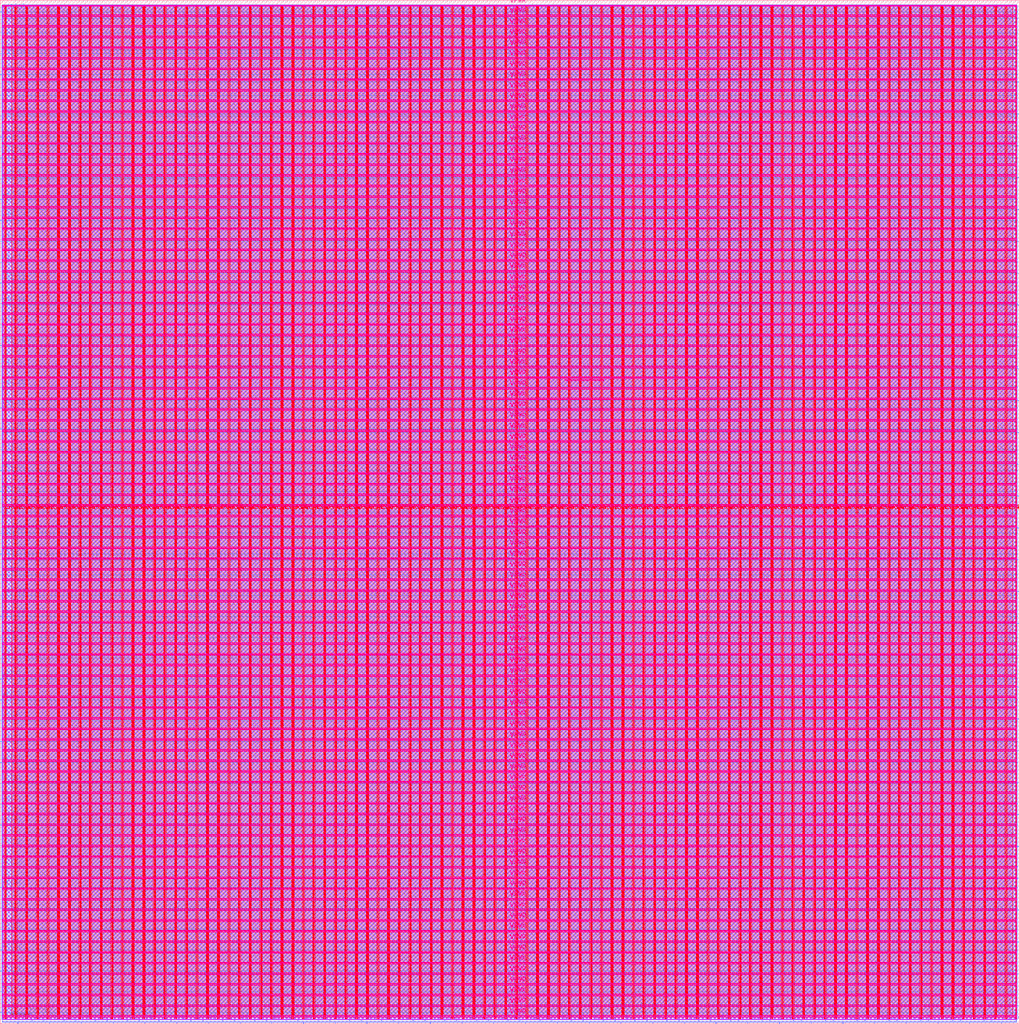
<source format=lef>
VERSION 5.7 ;
  NOWIREEXTENSIONATPIN ON ;
  DIVIDERCHAR "/" ;
  BUSBITCHARS "[]" ;
MACRO register_file
  CLASS BLOCK ;
  FOREIGN register_file ;
  ORIGIN 0.000 0.000 ;
  SIZE 2393.225 BY 2403.945 ;
  PIN VGND
    DIRECTION INOUT ;
    USE GROUND ;
    PORT
      LAYER met4 ;
        RECT 13.020 10.640 14.620 2391.120 ;
    END
    PORT
      LAYER met4 ;
        RECT 38.020 10.640 39.620 2391.120 ;
    END
    PORT
      LAYER met4 ;
        RECT 63.020 10.640 64.620 2391.120 ;
    END
    PORT
      LAYER met4 ;
        RECT 88.020 10.640 89.620 2391.120 ;
    END
    PORT
      LAYER met4 ;
        RECT 113.020 10.640 114.620 2391.120 ;
    END
    PORT
      LAYER met4 ;
        RECT 138.020 10.640 139.620 2391.120 ;
    END
    PORT
      LAYER met4 ;
        RECT 163.020 10.640 164.620 2391.120 ;
    END
    PORT
      LAYER met4 ;
        RECT 188.020 10.640 189.620 2391.120 ;
    END
    PORT
      LAYER met4 ;
        RECT 213.020 10.640 214.620 2391.120 ;
    END
    PORT
      LAYER met4 ;
        RECT 238.020 10.640 239.620 2391.120 ;
    END
    PORT
      LAYER met4 ;
        RECT 263.020 10.640 264.620 2391.120 ;
    END
    PORT
      LAYER met4 ;
        RECT 288.020 10.640 289.620 2391.120 ;
    END
    PORT
      LAYER met4 ;
        RECT 313.020 10.640 314.620 2391.120 ;
    END
    PORT
      LAYER met4 ;
        RECT 338.020 10.640 339.620 2391.120 ;
    END
    PORT
      LAYER met4 ;
        RECT 363.020 10.640 364.620 2391.120 ;
    END
    PORT
      LAYER met4 ;
        RECT 388.020 10.640 389.620 2391.120 ;
    END
    PORT
      LAYER met4 ;
        RECT 413.020 10.640 414.620 2391.120 ;
    END
    PORT
      LAYER met4 ;
        RECT 438.020 10.640 439.620 2391.120 ;
    END
    PORT
      LAYER met4 ;
        RECT 463.020 10.640 464.620 2391.120 ;
    END
    PORT
      LAYER met4 ;
        RECT 488.020 10.640 489.620 2391.120 ;
    END
    PORT
      LAYER met4 ;
        RECT 513.020 10.640 514.620 2391.120 ;
    END
    PORT
      LAYER met4 ;
        RECT 538.020 10.640 539.620 2391.120 ;
    END
    PORT
      LAYER met4 ;
        RECT 563.020 10.640 564.620 2391.120 ;
    END
    PORT
      LAYER met4 ;
        RECT 588.020 10.640 589.620 2391.120 ;
    END
    PORT
      LAYER met4 ;
        RECT 613.020 10.640 614.620 2391.120 ;
    END
    PORT
      LAYER met4 ;
        RECT 638.020 10.640 639.620 2391.120 ;
    END
    PORT
      LAYER met4 ;
        RECT 663.020 10.640 664.620 2391.120 ;
    END
    PORT
      LAYER met4 ;
        RECT 688.020 10.640 689.620 2391.120 ;
    END
    PORT
      LAYER met4 ;
        RECT 713.020 10.640 714.620 2391.120 ;
    END
    PORT
      LAYER met4 ;
        RECT 738.020 10.640 739.620 2391.120 ;
    END
    PORT
      LAYER met4 ;
        RECT 763.020 10.640 764.620 2391.120 ;
    END
    PORT
      LAYER met4 ;
        RECT 788.020 10.640 789.620 2391.120 ;
    END
    PORT
      LAYER met4 ;
        RECT 813.020 10.640 814.620 2391.120 ;
    END
    PORT
      LAYER met4 ;
        RECT 838.020 10.640 839.620 2391.120 ;
    END
    PORT
      LAYER met4 ;
        RECT 863.020 10.640 864.620 2391.120 ;
    END
    PORT
      LAYER met4 ;
        RECT 888.020 10.640 889.620 2391.120 ;
    END
    PORT
      LAYER met4 ;
        RECT 913.020 10.640 914.620 2391.120 ;
    END
    PORT
      LAYER met4 ;
        RECT 938.020 10.640 939.620 2391.120 ;
    END
    PORT
      LAYER met4 ;
        RECT 963.020 10.640 964.620 2391.120 ;
    END
    PORT
      LAYER met4 ;
        RECT 988.020 10.640 989.620 2391.120 ;
    END
    PORT
      LAYER met4 ;
        RECT 1013.020 10.640 1014.620 2391.120 ;
    END
    PORT
      LAYER met4 ;
        RECT 1038.020 10.640 1039.620 2391.120 ;
    END
    PORT
      LAYER met4 ;
        RECT 1063.020 10.640 1064.620 2391.120 ;
    END
    PORT
      LAYER met4 ;
        RECT 1088.020 10.640 1089.620 2391.120 ;
    END
    PORT
      LAYER met4 ;
        RECT 1113.020 10.640 1114.620 2391.120 ;
    END
    PORT
      LAYER met4 ;
        RECT 1138.020 10.640 1139.620 2391.120 ;
    END
    PORT
      LAYER met4 ;
        RECT 1163.020 10.640 1164.620 2391.120 ;
    END
    PORT
      LAYER met4 ;
        RECT 1188.020 10.640 1189.620 2391.120 ;
    END
    PORT
      LAYER met4 ;
        RECT 1213.020 10.640 1214.620 2391.120 ;
    END
    PORT
      LAYER met4 ;
        RECT 1238.020 10.640 1239.620 2391.120 ;
    END
    PORT
      LAYER met4 ;
        RECT 1263.020 10.640 1264.620 2391.120 ;
    END
    PORT
      LAYER met4 ;
        RECT 1288.020 10.640 1289.620 2391.120 ;
    END
    PORT
      LAYER met4 ;
        RECT 1313.020 10.640 1314.620 2391.120 ;
    END
    PORT
      LAYER met4 ;
        RECT 1338.020 10.640 1339.620 2391.120 ;
    END
    PORT
      LAYER met4 ;
        RECT 1363.020 10.640 1364.620 2391.120 ;
    END
    PORT
      LAYER met4 ;
        RECT 1388.020 10.640 1389.620 2391.120 ;
    END
    PORT
      LAYER met4 ;
        RECT 1413.020 10.640 1414.620 2391.120 ;
    END
    PORT
      LAYER met4 ;
        RECT 1438.020 10.640 1439.620 2391.120 ;
    END
    PORT
      LAYER met4 ;
        RECT 1463.020 10.640 1464.620 2391.120 ;
    END
    PORT
      LAYER met4 ;
        RECT 1488.020 10.640 1489.620 2391.120 ;
    END
    PORT
      LAYER met4 ;
        RECT 1513.020 10.640 1514.620 2391.120 ;
    END
    PORT
      LAYER met4 ;
        RECT 1538.020 10.640 1539.620 2391.120 ;
    END
    PORT
      LAYER met4 ;
        RECT 1563.020 10.640 1564.620 2391.120 ;
    END
    PORT
      LAYER met4 ;
        RECT 1588.020 10.640 1589.620 2391.120 ;
    END
    PORT
      LAYER met4 ;
        RECT 1613.020 10.640 1614.620 2391.120 ;
    END
    PORT
      LAYER met4 ;
        RECT 1638.020 10.640 1639.620 2391.120 ;
    END
    PORT
      LAYER met4 ;
        RECT 1663.020 10.640 1664.620 2391.120 ;
    END
    PORT
      LAYER met4 ;
        RECT 1688.020 10.640 1689.620 2391.120 ;
    END
    PORT
      LAYER met4 ;
        RECT 1713.020 10.640 1714.620 2391.120 ;
    END
    PORT
      LAYER met4 ;
        RECT 1738.020 10.640 1739.620 2391.120 ;
    END
    PORT
      LAYER met4 ;
        RECT 1763.020 10.640 1764.620 2391.120 ;
    END
    PORT
      LAYER met4 ;
        RECT 1788.020 10.640 1789.620 2391.120 ;
    END
    PORT
      LAYER met4 ;
        RECT 1813.020 10.640 1814.620 2391.120 ;
    END
    PORT
      LAYER met4 ;
        RECT 1838.020 10.640 1839.620 2391.120 ;
    END
    PORT
      LAYER met4 ;
        RECT 1863.020 10.640 1864.620 2391.120 ;
    END
    PORT
      LAYER met4 ;
        RECT 1888.020 10.640 1889.620 2391.120 ;
    END
    PORT
      LAYER met4 ;
        RECT 1913.020 10.640 1914.620 2391.120 ;
    END
    PORT
      LAYER met4 ;
        RECT 1938.020 10.640 1939.620 2391.120 ;
    END
    PORT
      LAYER met4 ;
        RECT 1963.020 10.640 1964.620 2391.120 ;
    END
    PORT
      LAYER met4 ;
        RECT 1988.020 10.640 1989.620 2391.120 ;
    END
    PORT
      LAYER met4 ;
        RECT 2013.020 10.640 2014.620 2391.120 ;
    END
    PORT
      LAYER met4 ;
        RECT 2038.020 10.640 2039.620 2391.120 ;
    END
    PORT
      LAYER met4 ;
        RECT 2063.020 10.640 2064.620 2391.120 ;
    END
    PORT
      LAYER met4 ;
        RECT 2088.020 10.640 2089.620 2391.120 ;
    END
    PORT
      LAYER met4 ;
        RECT 2113.020 10.640 2114.620 2391.120 ;
    END
    PORT
      LAYER met4 ;
        RECT 2138.020 10.640 2139.620 2391.120 ;
    END
    PORT
      LAYER met4 ;
        RECT 2163.020 10.640 2164.620 2391.120 ;
    END
    PORT
      LAYER met4 ;
        RECT 2188.020 10.640 2189.620 2391.120 ;
    END
    PORT
      LAYER met4 ;
        RECT 2213.020 10.640 2214.620 2391.120 ;
    END
    PORT
      LAYER met4 ;
        RECT 2238.020 10.640 2239.620 2391.120 ;
    END
    PORT
      LAYER met4 ;
        RECT 2263.020 10.640 2264.620 2391.120 ;
    END
    PORT
      LAYER met4 ;
        RECT 2288.020 10.640 2289.620 2391.120 ;
    END
    PORT
      LAYER met4 ;
        RECT 2313.020 10.640 2314.620 2391.120 ;
    END
    PORT
      LAYER met4 ;
        RECT 2338.020 10.640 2339.620 2391.120 ;
    END
    PORT
      LAYER met4 ;
        RECT 2363.020 10.640 2364.620 2391.120 ;
    END
    PORT
      LAYER met5 ;
        RECT 5.280 18.380 2387.640 19.980 ;
    END
    PORT
      LAYER met5 ;
        RECT 5.280 43.380 2387.640 44.980 ;
    END
    PORT
      LAYER met5 ;
        RECT 5.280 68.380 2387.640 69.980 ;
    END
    PORT
      LAYER met5 ;
        RECT 5.280 93.380 2387.640 94.980 ;
    END
    PORT
      LAYER met5 ;
        RECT 5.280 118.380 2387.640 119.980 ;
    END
    PORT
      LAYER met5 ;
        RECT 5.280 143.380 2387.640 144.980 ;
    END
    PORT
      LAYER met5 ;
        RECT 5.280 168.380 2387.640 169.980 ;
    END
    PORT
      LAYER met5 ;
        RECT 5.280 193.380 2387.640 194.980 ;
    END
    PORT
      LAYER met5 ;
        RECT 5.280 218.380 2387.640 219.980 ;
    END
    PORT
      LAYER met5 ;
        RECT 5.280 243.380 2387.640 244.980 ;
    END
    PORT
      LAYER met5 ;
        RECT 5.280 268.380 2387.640 269.980 ;
    END
    PORT
      LAYER met5 ;
        RECT 5.280 293.380 2387.640 294.980 ;
    END
    PORT
      LAYER met5 ;
        RECT 5.280 318.380 2387.640 319.980 ;
    END
    PORT
      LAYER met5 ;
        RECT 5.280 343.380 2387.640 344.980 ;
    END
    PORT
      LAYER met5 ;
        RECT 5.280 368.380 2387.640 369.980 ;
    END
    PORT
      LAYER met5 ;
        RECT 5.280 393.380 2387.640 394.980 ;
    END
    PORT
      LAYER met5 ;
        RECT 5.280 418.380 2387.640 419.980 ;
    END
    PORT
      LAYER met5 ;
        RECT 5.280 443.380 2387.640 444.980 ;
    END
    PORT
      LAYER met5 ;
        RECT 5.280 468.380 2387.640 469.980 ;
    END
    PORT
      LAYER met5 ;
        RECT 5.280 493.380 2387.640 494.980 ;
    END
    PORT
      LAYER met5 ;
        RECT 5.280 518.380 2387.640 519.980 ;
    END
    PORT
      LAYER met5 ;
        RECT 5.280 543.380 2387.640 544.980 ;
    END
    PORT
      LAYER met5 ;
        RECT 5.280 568.380 2387.640 569.980 ;
    END
    PORT
      LAYER met5 ;
        RECT 5.280 593.380 2387.640 594.980 ;
    END
    PORT
      LAYER met5 ;
        RECT 5.280 618.380 2387.640 619.980 ;
    END
    PORT
      LAYER met5 ;
        RECT 5.280 643.380 2387.640 644.980 ;
    END
    PORT
      LAYER met5 ;
        RECT 5.280 668.380 2387.640 669.980 ;
    END
    PORT
      LAYER met5 ;
        RECT 5.280 693.380 2387.640 694.980 ;
    END
    PORT
      LAYER met5 ;
        RECT 5.280 718.380 2387.640 719.980 ;
    END
    PORT
      LAYER met5 ;
        RECT 5.280 743.380 2387.640 744.980 ;
    END
    PORT
      LAYER met5 ;
        RECT 5.280 768.380 2387.640 769.980 ;
    END
    PORT
      LAYER met5 ;
        RECT 5.280 793.380 2387.640 794.980 ;
    END
    PORT
      LAYER met5 ;
        RECT 5.280 818.380 2387.640 819.980 ;
    END
    PORT
      LAYER met5 ;
        RECT 5.280 843.380 2387.640 844.980 ;
    END
    PORT
      LAYER met5 ;
        RECT 5.280 868.380 2387.640 869.980 ;
    END
    PORT
      LAYER met5 ;
        RECT 5.280 893.380 2387.640 894.980 ;
    END
    PORT
      LAYER met5 ;
        RECT 5.280 918.380 2387.640 919.980 ;
    END
    PORT
      LAYER met5 ;
        RECT 5.280 943.380 2387.640 944.980 ;
    END
    PORT
      LAYER met5 ;
        RECT 5.280 968.380 2387.640 969.980 ;
    END
    PORT
      LAYER met5 ;
        RECT 5.280 993.380 2387.640 994.980 ;
    END
    PORT
      LAYER met5 ;
        RECT 5.280 1018.380 2387.640 1019.980 ;
    END
    PORT
      LAYER met5 ;
        RECT 5.280 1043.380 2387.640 1044.980 ;
    END
    PORT
      LAYER met5 ;
        RECT 5.280 1068.380 2387.640 1069.980 ;
    END
    PORT
      LAYER met5 ;
        RECT 5.280 1093.380 2387.640 1094.980 ;
    END
    PORT
      LAYER met5 ;
        RECT 5.280 1118.380 2387.640 1119.980 ;
    END
    PORT
      LAYER met5 ;
        RECT 5.280 1143.380 2387.640 1144.980 ;
    END
    PORT
      LAYER met5 ;
        RECT 5.280 1168.380 2387.640 1169.980 ;
    END
    PORT
      LAYER met5 ;
        RECT 5.280 1193.380 2387.640 1194.980 ;
    END
    PORT
      LAYER met5 ;
        RECT 5.280 1218.380 2387.640 1219.980 ;
    END
    PORT
      LAYER met5 ;
        RECT 5.280 1243.380 2387.640 1244.980 ;
    END
    PORT
      LAYER met5 ;
        RECT 5.280 1268.380 2387.640 1269.980 ;
    END
    PORT
      LAYER met5 ;
        RECT 5.280 1293.380 2387.640 1294.980 ;
    END
    PORT
      LAYER met5 ;
        RECT 5.280 1318.380 2387.640 1319.980 ;
    END
    PORT
      LAYER met5 ;
        RECT 5.280 1343.380 2387.640 1344.980 ;
    END
    PORT
      LAYER met5 ;
        RECT 5.280 1368.380 2387.640 1369.980 ;
    END
    PORT
      LAYER met5 ;
        RECT 5.280 1393.380 2387.640 1394.980 ;
    END
    PORT
      LAYER met5 ;
        RECT 5.280 1418.380 2387.640 1419.980 ;
    END
    PORT
      LAYER met5 ;
        RECT 5.280 1443.380 2387.640 1444.980 ;
    END
    PORT
      LAYER met5 ;
        RECT 5.280 1468.380 2387.640 1469.980 ;
    END
    PORT
      LAYER met5 ;
        RECT 5.280 1493.380 2387.640 1494.980 ;
    END
    PORT
      LAYER met5 ;
        RECT 5.280 1518.380 2387.640 1519.980 ;
    END
    PORT
      LAYER met5 ;
        RECT 5.280 1543.380 2387.640 1544.980 ;
    END
    PORT
      LAYER met5 ;
        RECT 5.280 1568.380 2387.640 1569.980 ;
    END
    PORT
      LAYER met5 ;
        RECT 5.280 1593.380 2387.640 1594.980 ;
    END
    PORT
      LAYER met5 ;
        RECT 5.280 1618.380 2387.640 1619.980 ;
    END
    PORT
      LAYER met5 ;
        RECT 5.280 1643.380 2387.640 1644.980 ;
    END
    PORT
      LAYER met5 ;
        RECT 5.280 1668.380 2387.640 1669.980 ;
    END
    PORT
      LAYER met5 ;
        RECT 5.280 1693.380 2387.640 1694.980 ;
    END
    PORT
      LAYER met5 ;
        RECT 5.280 1718.380 2387.640 1719.980 ;
    END
    PORT
      LAYER met5 ;
        RECT 5.280 1743.380 2387.640 1744.980 ;
    END
    PORT
      LAYER met5 ;
        RECT 5.280 1768.380 2387.640 1769.980 ;
    END
    PORT
      LAYER met5 ;
        RECT 5.280 1793.380 2387.640 1794.980 ;
    END
    PORT
      LAYER met5 ;
        RECT 5.280 1818.380 2387.640 1819.980 ;
    END
    PORT
      LAYER met5 ;
        RECT 5.280 1843.380 2387.640 1844.980 ;
    END
    PORT
      LAYER met5 ;
        RECT 5.280 1868.380 2387.640 1869.980 ;
    END
    PORT
      LAYER met5 ;
        RECT 5.280 1893.380 2387.640 1894.980 ;
    END
    PORT
      LAYER met5 ;
        RECT 5.280 1918.380 2387.640 1919.980 ;
    END
    PORT
      LAYER met5 ;
        RECT 5.280 1943.380 2387.640 1944.980 ;
    END
    PORT
      LAYER met5 ;
        RECT 5.280 1968.380 2387.640 1969.980 ;
    END
    PORT
      LAYER met5 ;
        RECT 5.280 1993.380 2387.640 1994.980 ;
    END
    PORT
      LAYER met5 ;
        RECT 5.280 2018.380 2387.640 2019.980 ;
    END
    PORT
      LAYER met5 ;
        RECT 5.280 2043.380 2387.640 2044.980 ;
    END
    PORT
      LAYER met5 ;
        RECT 5.280 2068.380 2387.640 2069.980 ;
    END
    PORT
      LAYER met5 ;
        RECT 5.280 2093.380 2387.640 2094.980 ;
    END
    PORT
      LAYER met5 ;
        RECT 5.280 2118.380 2387.640 2119.980 ;
    END
    PORT
      LAYER met5 ;
        RECT 5.280 2143.380 2387.640 2144.980 ;
    END
    PORT
      LAYER met5 ;
        RECT 5.280 2168.380 2387.640 2169.980 ;
    END
    PORT
      LAYER met5 ;
        RECT 5.280 2193.380 2387.640 2194.980 ;
    END
    PORT
      LAYER met5 ;
        RECT 5.280 2218.380 2387.640 2219.980 ;
    END
    PORT
      LAYER met5 ;
        RECT 5.280 2243.380 2387.640 2244.980 ;
    END
    PORT
      LAYER met5 ;
        RECT 5.280 2268.380 2387.640 2269.980 ;
    END
    PORT
      LAYER met5 ;
        RECT 5.280 2293.380 2387.640 2294.980 ;
    END
    PORT
      LAYER met5 ;
        RECT 5.280 2318.380 2387.640 2319.980 ;
    END
    PORT
      LAYER met5 ;
        RECT 5.280 2343.380 2387.640 2344.980 ;
    END
    PORT
      LAYER met5 ;
        RECT 5.280 2368.380 2387.640 2369.980 ;
    END
  END VGND
  PIN VPWR
    DIRECTION INOUT ;
    USE POWER ;
    PORT
      LAYER met4 ;
        RECT 9.720 10.640 11.320 2391.680 ;
    END
    PORT
      LAYER met4 ;
        RECT 34.720 10.640 36.320 2391.680 ;
    END
    PORT
      LAYER met4 ;
        RECT 59.720 10.640 61.320 2391.680 ;
    END
    PORT
      LAYER met4 ;
        RECT 84.720 10.640 86.320 2391.680 ;
    END
    PORT
      LAYER met4 ;
        RECT 109.720 10.640 111.320 2391.680 ;
    END
    PORT
      LAYER met4 ;
        RECT 134.720 10.640 136.320 2391.680 ;
    END
    PORT
      LAYER met4 ;
        RECT 159.720 10.640 161.320 2391.680 ;
    END
    PORT
      LAYER met4 ;
        RECT 184.720 10.640 186.320 2391.680 ;
    END
    PORT
      LAYER met4 ;
        RECT 209.720 10.640 211.320 2391.680 ;
    END
    PORT
      LAYER met4 ;
        RECT 234.720 10.640 236.320 2391.680 ;
    END
    PORT
      LAYER met4 ;
        RECT 259.720 10.640 261.320 2391.680 ;
    END
    PORT
      LAYER met4 ;
        RECT 284.720 10.640 286.320 2391.680 ;
    END
    PORT
      LAYER met4 ;
        RECT 309.720 10.640 311.320 2391.680 ;
    END
    PORT
      LAYER met4 ;
        RECT 334.720 10.640 336.320 2391.680 ;
    END
    PORT
      LAYER met4 ;
        RECT 359.720 10.640 361.320 2391.680 ;
    END
    PORT
      LAYER met4 ;
        RECT 384.720 10.640 386.320 2391.680 ;
    END
    PORT
      LAYER met4 ;
        RECT 409.720 10.640 411.320 2391.680 ;
    END
    PORT
      LAYER met4 ;
        RECT 434.720 10.640 436.320 2391.680 ;
    END
    PORT
      LAYER met4 ;
        RECT 459.720 10.640 461.320 2391.680 ;
    END
    PORT
      LAYER met4 ;
        RECT 484.720 10.640 486.320 2391.680 ;
    END
    PORT
      LAYER met4 ;
        RECT 509.720 10.640 511.320 2391.680 ;
    END
    PORT
      LAYER met4 ;
        RECT 534.720 10.640 536.320 2391.680 ;
    END
    PORT
      LAYER met4 ;
        RECT 559.720 10.640 561.320 2391.680 ;
    END
    PORT
      LAYER met4 ;
        RECT 584.720 10.640 586.320 2391.680 ;
    END
    PORT
      LAYER met4 ;
        RECT 609.720 10.640 611.320 2391.680 ;
    END
    PORT
      LAYER met4 ;
        RECT 634.720 10.640 636.320 2391.680 ;
    END
    PORT
      LAYER met4 ;
        RECT 659.720 10.640 661.320 2391.680 ;
    END
    PORT
      LAYER met4 ;
        RECT 684.720 10.640 686.320 2391.680 ;
    END
    PORT
      LAYER met4 ;
        RECT 709.720 10.640 711.320 2391.680 ;
    END
    PORT
      LAYER met4 ;
        RECT 734.720 10.640 736.320 2391.680 ;
    END
    PORT
      LAYER met4 ;
        RECT 759.720 10.640 761.320 2391.680 ;
    END
    PORT
      LAYER met4 ;
        RECT 784.720 10.640 786.320 2391.680 ;
    END
    PORT
      LAYER met4 ;
        RECT 809.720 10.640 811.320 2391.680 ;
    END
    PORT
      LAYER met4 ;
        RECT 834.720 10.640 836.320 2391.680 ;
    END
    PORT
      LAYER met4 ;
        RECT 859.720 10.640 861.320 2391.680 ;
    END
    PORT
      LAYER met4 ;
        RECT 884.720 10.640 886.320 2391.680 ;
    END
    PORT
      LAYER met4 ;
        RECT 909.720 10.640 911.320 2391.680 ;
    END
    PORT
      LAYER met4 ;
        RECT 934.720 10.640 936.320 2391.680 ;
    END
    PORT
      LAYER met4 ;
        RECT 959.720 10.640 961.320 2391.680 ;
    END
    PORT
      LAYER met4 ;
        RECT 984.720 10.640 986.320 2391.680 ;
    END
    PORT
      LAYER met4 ;
        RECT 1009.720 10.640 1011.320 2391.680 ;
    END
    PORT
      LAYER met4 ;
        RECT 1034.720 10.640 1036.320 2391.680 ;
    END
    PORT
      LAYER met4 ;
        RECT 1059.720 10.640 1061.320 2391.680 ;
    END
    PORT
      LAYER met4 ;
        RECT 1084.720 10.640 1086.320 2391.680 ;
    END
    PORT
      LAYER met4 ;
        RECT 1109.720 10.640 1111.320 2391.680 ;
    END
    PORT
      LAYER met4 ;
        RECT 1134.720 10.640 1136.320 2391.680 ;
    END
    PORT
      LAYER met4 ;
        RECT 1159.720 10.640 1161.320 2391.680 ;
    END
    PORT
      LAYER met4 ;
        RECT 1184.720 10.640 1186.320 2391.680 ;
    END
    PORT
      LAYER met4 ;
        RECT 1209.720 10.640 1211.320 2391.680 ;
    END
    PORT
      LAYER met4 ;
        RECT 1234.720 10.640 1236.320 2391.680 ;
    END
    PORT
      LAYER met4 ;
        RECT 1259.720 10.640 1261.320 2391.680 ;
    END
    PORT
      LAYER met4 ;
        RECT 1284.720 10.640 1286.320 2391.680 ;
    END
    PORT
      LAYER met4 ;
        RECT 1309.720 10.640 1311.320 2391.680 ;
    END
    PORT
      LAYER met4 ;
        RECT 1334.720 10.640 1336.320 2391.680 ;
    END
    PORT
      LAYER met4 ;
        RECT 1359.720 10.640 1361.320 2391.680 ;
    END
    PORT
      LAYER met4 ;
        RECT 1384.720 10.640 1386.320 2391.680 ;
    END
    PORT
      LAYER met4 ;
        RECT 1409.720 10.640 1411.320 2391.680 ;
    END
    PORT
      LAYER met4 ;
        RECT 1434.720 10.640 1436.320 2391.680 ;
    END
    PORT
      LAYER met4 ;
        RECT 1459.720 10.640 1461.320 2391.680 ;
    END
    PORT
      LAYER met4 ;
        RECT 1484.720 10.640 1486.320 2391.680 ;
    END
    PORT
      LAYER met4 ;
        RECT 1509.720 10.640 1511.320 2391.680 ;
    END
    PORT
      LAYER met4 ;
        RECT 1534.720 10.640 1536.320 2391.680 ;
    END
    PORT
      LAYER met4 ;
        RECT 1559.720 10.640 1561.320 2391.680 ;
    END
    PORT
      LAYER met4 ;
        RECT 1584.720 10.640 1586.320 2391.680 ;
    END
    PORT
      LAYER met4 ;
        RECT 1609.720 10.640 1611.320 2391.680 ;
    END
    PORT
      LAYER met4 ;
        RECT 1634.720 10.640 1636.320 2391.680 ;
    END
    PORT
      LAYER met4 ;
        RECT 1659.720 10.640 1661.320 2391.680 ;
    END
    PORT
      LAYER met4 ;
        RECT 1684.720 10.640 1686.320 2391.680 ;
    END
    PORT
      LAYER met4 ;
        RECT 1709.720 10.640 1711.320 2391.680 ;
    END
    PORT
      LAYER met4 ;
        RECT 1734.720 10.640 1736.320 2391.680 ;
    END
    PORT
      LAYER met4 ;
        RECT 1759.720 10.640 1761.320 2391.680 ;
    END
    PORT
      LAYER met4 ;
        RECT 1784.720 10.640 1786.320 2391.680 ;
    END
    PORT
      LAYER met4 ;
        RECT 1809.720 10.640 1811.320 2391.680 ;
    END
    PORT
      LAYER met4 ;
        RECT 1834.720 10.640 1836.320 2391.680 ;
    END
    PORT
      LAYER met4 ;
        RECT 1859.720 10.640 1861.320 2391.680 ;
    END
    PORT
      LAYER met4 ;
        RECT 1884.720 10.640 1886.320 2391.680 ;
    END
    PORT
      LAYER met4 ;
        RECT 1909.720 10.640 1911.320 2391.680 ;
    END
    PORT
      LAYER met4 ;
        RECT 1934.720 10.640 1936.320 2391.680 ;
    END
    PORT
      LAYER met4 ;
        RECT 1959.720 10.640 1961.320 2391.680 ;
    END
    PORT
      LAYER met4 ;
        RECT 1984.720 10.640 1986.320 2391.680 ;
    END
    PORT
      LAYER met4 ;
        RECT 2009.720 10.640 2011.320 2391.680 ;
    END
    PORT
      LAYER met4 ;
        RECT 2034.720 10.640 2036.320 2391.680 ;
    END
    PORT
      LAYER met4 ;
        RECT 2059.720 10.640 2061.320 2391.680 ;
    END
    PORT
      LAYER met4 ;
        RECT 2084.720 10.640 2086.320 2391.680 ;
    END
    PORT
      LAYER met4 ;
        RECT 2109.720 10.640 2111.320 2391.680 ;
    END
    PORT
      LAYER met4 ;
        RECT 2134.720 10.640 2136.320 2391.680 ;
    END
    PORT
      LAYER met4 ;
        RECT 2159.720 10.640 2161.320 2391.680 ;
    END
    PORT
      LAYER met4 ;
        RECT 2184.720 10.640 2186.320 2391.680 ;
    END
    PORT
      LAYER met4 ;
        RECT 2209.720 10.640 2211.320 2391.680 ;
    END
    PORT
      LAYER met4 ;
        RECT 2234.720 10.640 2236.320 2391.680 ;
    END
    PORT
      LAYER met4 ;
        RECT 2259.720 10.640 2261.320 2391.680 ;
    END
    PORT
      LAYER met4 ;
        RECT 2284.720 10.640 2286.320 2391.680 ;
    END
    PORT
      LAYER met4 ;
        RECT 2309.720 10.640 2311.320 2391.680 ;
    END
    PORT
      LAYER met4 ;
        RECT 2334.720 10.640 2336.320 2391.680 ;
    END
    PORT
      LAYER met4 ;
        RECT 2359.720 10.640 2361.320 2391.680 ;
    END
    PORT
      LAYER met4 ;
        RECT 2384.720 10.640 2386.320 2391.680 ;
    END
    PORT
      LAYER met5 ;
        RECT 5.280 15.080 2387.640 16.680 ;
    END
    PORT
      LAYER met5 ;
        RECT 5.280 40.080 2387.640 41.680 ;
    END
    PORT
      LAYER met5 ;
        RECT 5.280 65.080 2387.640 66.680 ;
    END
    PORT
      LAYER met5 ;
        RECT 5.280 90.080 2387.640 91.680 ;
    END
    PORT
      LAYER met5 ;
        RECT 5.280 115.080 2387.640 116.680 ;
    END
    PORT
      LAYER met5 ;
        RECT 5.280 140.080 2387.640 141.680 ;
    END
    PORT
      LAYER met5 ;
        RECT 5.280 165.080 2387.640 166.680 ;
    END
    PORT
      LAYER met5 ;
        RECT 5.280 190.080 2387.640 191.680 ;
    END
    PORT
      LAYER met5 ;
        RECT 5.280 215.080 2387.640 216.680 ;
    END
    PORT
      LAYER met5 ;
        RECT 5.280 240.080 2387.640 241.680 ;
    END
    PORT
      LAYER met5 ;
        RECT 5.280 265.080 2387.640 266.680 ;
    END
    PORT
      LAYER met5 ;
        RECT 5.280 290.080 2387.640 291.680 ;
    END
    PORT
      LAYER met5 ;
        RECT 5.280 315.080 2387.640 316.680 ;
    END
    PORT
      LAYER met5 ;
        RECT 5.280 340.080 2387.640 341.680 ;
    END
    PORT
      LAYER met5 ;
        RECT 5.280 365.080 2387.640 366.680 ;
    END
    PORT
      LAYER met5 ;
        RECT 5.280 390.080 2387.640 391.680 ;
    END
    PORT
      LAYER met5 ;
        RECT 5.280 415.080 2387.640 416.680 ;
    END
    PORT
      LAYER met5 ;
        RECT 5.280 440.080 2387.640 441.680 ;
    END
    PORT
      LAYER met5 ;
        RECT 5.280 465.080 2387.640 466.680 ;
    END
    PORT
      LAYER met5 ;
        RECT 5.280 490.080 2387.640 491.680 ;
    END
    PORT
      LAYER met5 ;
        RECT 5.280 515.080 2387.640 516.680 ;
    END
    PORT
      LAYER met5 ;
        RECT 5.280 540.080 2387.640 541.680 ;
    END
    PORT
      LAYER met5 ;
        RECT 5.280 565.080 2387.640 566.680 ;
    END
    PORT
      LAYER met5 ;
        RECT 5.280 590.080 2387.640 591.680 ;
    END
    PORT
      LAYER met5 ;
        RECT 5.280 615.080 2387.640 616.680 ;
    END
    PORT
      LAYER met5 ;
        RECT 5.280 640.080 2387.640 641.680 ;
    END
    PORT
      LAYER met5 ;
        RECT 5.280 665.080 2387.640 666.680 ;
    END
    PORT
      LAYER met5 ;
        RECT 5.280 690.080 2387.640 691.680 ;
    END
    PORT
      LAYER met5 ;
        RECT 5.280 715.080 2387.640 716.680 ;
    END
    PORT
      LAYER met5 ;
        RECT 5.280 740.080 2387.640 741.680 ;
    END
    PORT
      LAYER met5 ;
        RECT 5.280 765.080 2387.640 766.680 ;
    END
    PORT
      LAYER met5 ;
        RECT 5.280 790.080 2387.640 791.680 ;
    END
    PORT
      LAYER met5 ;
        RECT 5.280 815.080 2387.640 816.680 ;
    END
    PORT
      LAYER met5 ;
        RECT 5.280 840.080 2387.640 841.680 ;
    END
    PORT
      LAYER met5 ;
        RECT 5.280 865.080 2387.640 866.680 ;
    END
    PORT
      LAYER met5 ;
        RECT 5.280 890.080 2387.640 891.680 ;
    END
    PORT
      LAYER met5 ;
        RECT 5.280 915.080 2387.640 916.680 ;
    END
    PORT
      LAYER met5 ;
        RECT 5.280 940.080 2387.640 941.680 ;
    END
    PORT
      LAYER met5 ;
        RECT 5.280 965.080 2387.640 966.680 ;
    END
    PORT
      LAYER met5 ;
        RECT 5.280 990.080 2387.640 991.680 ;
    END
    PORT
      LAYER met5 ;
        RECT 5.280 1015.080 2387.640 1016.680 ;
    END
    PORT
      LAYER met5 ;
        RECT 5.280 1040.080 2387.640 1041.680 ;
    END
    PORT
      LAYER met5 ;
        RECT 5.280 1065.080 2387.640 1066.680 ;
    END
    PORT
      LAYER met5 ;
        RECT 5.280 1090.080 2387.640 1091.680 ;
    END
    PORT
      LAYER met5 ;
        RECT 5.280 1115.080 2387.640 1116.680 ;
    END
    PORT
      LAYER met5 ;
        RECT 5.280 1140.080 2387.640 1141.680 ;
    END
    PORT
      LAYER met5 ;
        RECT 5.280 1165.080 2387.640 1166.680 ;
    END
    PORT
      LAYER met5 ;
        RECT 5.280 1190.080 2387.640 1191.680 ;
    END
    PORT
      LAYER met5 ;
        RECT 5.280 1215.080 2387.640 1216.680 ;
    END
    PORT
      LAYER met5 ;
        RECT 5.280 1240.080 2387.640 1241.680 ;
    END
    PORT
      LAYER met5 ;
        RECT 5.280 1265.080 2387.640 1266.680 ;
    END
    PORT
      LAYER met5 ;
        RECT 5.280 1290.080 2387.640 1291.680 ;
    END
    PORT
      LAYER met5 ;
        RECT 5.280 1315.080 2387.640 1316.680 ;
    END
    PORT
      LAYER met5 ;
        RECT 5.280 1340.080 2387.640 1341.680 ;
    END
    PORT
      LAYER met5 ;
        RECT 5.280 1365.080 2387.640 1366.680 ;
    END
    PORT
      LAYER met5 ;
        RECT 5.280 1390.080 2387.640 1391.680 ;
    END
    PORT
      LAYER met5 ;
        RECT 5.280 1415.080 2387.640 1416.680 ;
    END
    PORT
      LAYER met5 ;
        RECT 5.280 1440.080 2387.640 1441.680 ;
    END
    PORT
      LAYER met5 ;
        RECT 5.280 1465.080 2387.640 1466.680 ;
    END
    PORT
      LAYER met5 ;
        RECT 5.280 1490.080 2387.640 1491.680 ;
    END
    PORT
      LAYER met5 ;
        RECT 5.280 1515.080 2387.640 1516.680 ;
    END
    PORT
      LAYER met5 ;
        RECT 5.280 1540.080 2387.640 1541.680 ;
    END
    PORT
      LAYER met5 ;
        RECT 5.280 1565.080 2387.640 1566.680 ;
    END
    PORT
      LAYER met5 ;
        RECT 5.280 1590.080 2387.640 1591.680 ;
    END
    PORT
      LAYER met5 ;
        RECT 5.280 1615.080 2387.640 1616.680 ;
    END
    PORT
      LAYER met5 ;
        RECT 5.280 1640.080 2387.640 1641.680 ;
    END
    PORT
      LAYER met5 ;
        RECT 5.280 1665.080 2387.640 1666.680 ;
    END
    PORT
      LAYER met5 ;
        RECT 5.280 1690.080 2387.640 1691.680 ;
    END
    PORT
      LAYER met5 ;
        RECT 5.280 1715.080 2387.640 1716.680 ;
    END
    PORT
      LAYER met5 ;
        RECT 5.280 1740.080 2387.640 1741.680 ;
    END
    PORT
      LAYER met5 ;
        RECT 5.280 1765.080 2387.640 1766.680 ;
    END
    PORT
      LAYER met5 ;
        RECT 5.280 1790.080 2387.640 1791.680 ;
    END
    PORT
      LAYER met5 ;
        RECT 5.280 1815.080 2387.640 1816.680 ;
    END
    PORT
      LAYER met5 ;
        RECT 5.280 1840.080 2387.640 1841.680 ;
    END
    PORT
      LAYER met5 ;
        RECT 5.280 1865.080 2387.640 1866.680 ;
    END
    PORT
      LAYER met5 ;
        RECT 5.280 1890.080 2387.640 1891.680 ;
    END
    PORT
      LAYER met5 ;
        RECT 5.280 1915.080 2387.640 1916.680 ;
    END
    PORT
      LAYER met5 ;
        RECT 5.280 1940.080 2387.640 1941.680 ;
    END
    PORT
      LAYER met5 ;
        RECT 5.280 1965.080 2387.640 1966.680 ;
    END
    PORT
      LAYER met5 ;
        RECT 5.280 1990.080 2387.640 1991.680 ;
    END
    PORT
      LAYER met5 ;
        RECT 5.280 2015.080 2387.640 2016.680 ;
    END
    PORT
      LAYER met5 ;
        RECT 5.280 2040.080 2387.640 2041.680 ;
    END
    PORT
      LAYER met5 ;
        RECT 5.280 2065.080 2387.640 2066.680 ;
    END
    PORT
      LAYER met5 ;
        RECT 5.280 2090.080 2387.640 2091.680 ;
    END
    PORT
      LAYER met5 ;
        RECT 5.280 2115.080 2387.640 2116.680 ;
    END
    PORT
      LAYER met5 ;
        RECT 5.280 2140.080 2387.640 2141.680 ;
    END
    PORT
      LAYER met5 ;
        RECT 5.280 2165.080 2387.640 2166.680 ;
    END
    PORT
      LAYER met5 ;
        RECT 5.280 2190.080 2387.640 2191.680 ;
    END
    PORT
      LAYER met5 ;
        RECT 5.280 2215.080 2387.640 2216.680 ;
    END
    PORT
      LAYER met5 ;
        RECT 5.280 2240.080 2387.640 2241.680 ;
    END
    PORT
      LAYER met5 ;
        RECT 5.280 2265.080 2387.640 2266.680 ;
    END
    PORT
      LAYER met5 ;
        RECT 5.280 2290.080 2387.640 2291.680 ;
    END
    PORT
      LAYER met5 ;
        RECT 5.280 2315.080 2387.640 2316.680 ;
    END
    PORT
      LAYER met5 ;
        RECT 5.280 2340.080 2387.640 2341.680 ;
    END
    PORT
      LAYER met5 ;
        RECT 5.280 2365.080 2387.640 2366.680 ;
    END
    PORT
      LAYER met5 ;
        RECT 5.280 2390.080 2387.640 2391.680 ;
    END
  END VPWR
  PIN a1[0]
    DIRECTION INPUT ;
    USE SIGNAL ;
    ANTENNAGATEAREA 0.852000 ;
    ANTENNADIFFAREA 2.173500 ;
    PORT
      LAYER met3 ;
        RECT 0.000 319.640 4.000 320.240 ;
    END
  END a1[0]
  PIN a1[1]
    DIRECTION INPUT ;
    USE SIGNAL ;
    ANTENNAGATEAREA 0.990000 ;
    PORT
      LAYER met3 ;
        RECT 0.000 270.680 4.000 271.280 ;
    END
  END a1[1]
  PIN a1[2]
    DIRECTION INPUT ;
    USE SIGNAL ;
    ANTENNAGATEAREA 0.852000 ;
    PORT
      LAYER met3 ;
        RECT 0.000 221.720 4.000 222.320 ;
    END
  END a1[2]
  PIN a1[3]
    DIRECTION INPUT ;
    USE SIGNAL ;
    ANTENNAGATEAREA 0.990000 ;
    PORT
      LAYER met3 ;
        RECT 0.000 172.760 4.000 173.360 ;
    END
  END a1[3]
  PIN a1[4]
    DIRECTION INPUT ;
    USE SIGNAL ;
    ANTENNAGATEAREA 0.990000 ;
    PORT
      LAYER met3 ;
        RECT 0.000 123.800 4.000 124.400 ;
    END
  END a1[4]
  PIN a2[0]
    DIRECTION INPUT ;
    USE SIGNAL ;
    ANTENNAGATEAREA 0.742500 ;
    ANTENNADIFFAREA 0.434700 ;
    PORT
      LAYER met3 ;
        RECT 0.000 564.440 4.000 565.040 ;
    END
  END a2[0]
  PIN a2[1]
    DIRECTION INPUT ;
    USE SIGNAL ;
    ANTENNAGATEAREA 0.990000 ;
    PORT
      LAYER met3 ;
        RECT 0.000 515.480 4.000 516.080 ;
    END
  END a2[1]
  PIN a2[2]
    DIRECTION INPUT ;
    USE SIGNAL ;
    ANTENNAGATEAREA 0.742500 ;
    PORT
      LAYER met3 ;
        RECT 0.000 466.520 4.000 467.120 ;
    END
  END a2[2]
  PIN a2[3]
    DIRECTION INPUT ;
    USE SIGNAL ;
    ANTENNAGATEAREA 0.247500 ;
    PORT
      LAYER met3 ;
        RECT 0.000 417.560 4.000 418.160 ;
    END
  END a2[3]
  PIN a2[4]
    DIRECTION INPUT ;
    USE SIGNAL ;
    ANTENNAGATEAREA 0.990000 ;
    PORT
      LAYER met3 ;
        RECT 0.000 368.600 4.000 369.200 ;
    END
  END a2[4]
  PIN a3[0]
    DIRECTION INPUT ;
    USE SIGNAL ;
    ANTENNAGATEAREA 0.852000 ;
    PORT
      LAYER met3 ;
        RECT 0.000 809.240 4.000 809.840 ;
    END
  END a3[0]
  PIN a3[1]
    DIRECTION INPUT ;
    USE SIGNAL ;
    ANTENNAGATEAREA 0.852000 ;
    PORT
      LAYER met3 ;
        RECT 0.000 760.280 4.000 760.880 ;
    END
  END a3[1]
  PIN a3[2]
    DIRECTION INPUT ;
    USE SIGNAL ;
    ANTENNAGATEAREA 0.990000 ;
    PORT
      LAYER met3 ;
        RECT 0.000 711.320 4.000 711.920 ;
    END
  END a3[2]
  PIN a3[3]
    DIRECTION INPUT ;
    USE SIGNAL ;
    ANTENNAGATEAREA 0.990000 ;
    PORT
      LAYER met3 ;
        RECT 0.000 662.360 4.000 662.960 ;
    END
  END a3[3]
  PIN a3[4]
    DIRECTION INPUT ;
    USE SIGNAL ;
    ANTENNAGATEAREA 0.990000 ;
    PORT
      LAYER met3 ;
        RECT 0.000 613.400 4.000 614.000 ;
    END
  END a3[4]
  PIN clk
    DIRECTION INPUT ;
    USE SIGNAL ;
    ANTENNAGATEAREA 0.852000 ;
    ANTENNADIFFAREA 0.869400 ;
    PORT
      LAYER met3 ;
        RECT 0.000 25.880 4.000 26.480 ;
    END
  END clk
  PIN rd1[0]
    DIRECTION OUTPUT ;
    USE SIGNAL ;
    ANTENNADIFFAREA 0.340600 ;
    PORT
      LAYER met3 ;
        RECT 2389.225 2361.000 2393.225 2361.600 ;
    END
  END rd1[0]
  PIN rd1[10]
    DIRECTION OUTPUT ;
    USE SIGNAL ;
    ANTENNADIFFAREA 0.340600 ;
    PORT
      LAYER met3 ;
        RECT 2389.225 1613.000 2393.225 1613.600 ;
    END
  END rd1[10]
  PIN rd1[11]
    DIRECTION OUTPUT ;
    USE SIGNAL ;
    ANTENNADIFFAREA 0.340600 ;
    PORT
      LAYER met3 ;
        RECT 2389.225 1538.200 2393.225 1538.800 ;
    END
  END rd1[11]
  PIN rd1[12]
    DIRECTION OUTPUT ;
    USE SIGNAL ;
    ANTENNADIFFAREA 0.340600 ;
    PORT
      LAYER met3 ;
        RECT 2389.225 1463.400 2393.225 1464.000 ;
    END
  END rd1[12]
  PIN rd1[13]
    DIRECTION OUTPUT ;
    USE SIGNAL ;
    ANTENNADIFFAREA 0.340600 ;
    PORT
      LAYER met3 ;
        RECT 2389.225 1388.600 2393.225 1389.200 ;
    END
  END rd1[13]
  PIN rd1[14]
    DIRECTION OUTPUT ;
    USE SIGNAL ;
    ANTENNADIFFAREA 0.340600 ;
    PORT
      LAYER met3 ;
        RECT 2389.225 1313.800 2393.225 1314.400 ;
    END
  END rd1[14]
  PIN rd1[15]
    DIRECTION OUTPUT ;
    USE SIGNAL ;
    ANTENNADIFFAREA 0.340600 ;
    PORT
      LAYER met3 ;
        RECT 2389.225 1239.000 2393.225 1239.600 ;
    END
  END rd1[15]
  PIN rd1[16]
    DIRECTION OUTPUT ;
    USE SIGNAL ;
    ANTENNADIFFAREA 0.340600 ;
    PORT
      LAYER met3 ;
        RECT 2389.225 1164.200 2393.225 1164.800 ;
    END
  END rd1[16]
  PIN rd1[17]
    DIRECTION OUTPUT ;
    USE SIGNAL ;
    ANTENNADIFFAREA 0.340600 ;
    PORT
      LAYER met3 ;
        RECT 2389.225 1089.400 2393.225 1090.000 ;
    END
  END rd1[17]
  PIN rd1[18]
    DIRECTION OUTPUT ;
    USE SIGNAL ;
    ANTENNADIFFAREA 0.340600 ;
    PORT
      LAYER met3 ;
        RECT 2389.225 1014.600 2393.225 1015.200 ;
    END
  END rd1[18]
  PIN rd1[19]
    DIRECTION OUTPUT ;
    USE SIGNAL ;
    ANTENNADIFFAREA 0.340600 ;
    PORT
      LAYER met3 ;
        RECT 2389.225 939.800 2393.225 940.400 ;
    END
  END rd1[19]
  PIN rd1[1]
    DIRECTION OUTPUT ;
    USE SIGNAL ;
    ANTENNADIFFAREA 0.340600 ;
    PORT
      LAYER met3 ;
        RECT 2389.225 2286.200 2393.225 2286.800 ;
    END
  END rd1[1]
  PIN rd1[20]
    DIRECTION OUTPUT ;
    USE SIGNAL ;
    ANTENNADIFFAREA 0.340600 ;
    PORT
      LAYER met3 ;
        RECT 2389.225 865.000 2393.225 865.600 ;
    END
  END rd1[20]
  PIN rd1[21]
    DIRECTION OUTPUT ;
    USE SIGNAL ;
    ANTENNADIFFAREA 0.340600 ;
    PORT
      LAYER met3 ;
        RECT 2389.225 790.200 2393.225 790.800 ;
    END
  END rd1[21]
  PIN rd1[22]
    DIRECTION OUTPUT ;
    USE SIGNAL ;
    ANTENNADIFFAREA 0.340600 ;
    PORT
      LAYER met3 ;
        RECT 2389.225 715.400 2393.225 716.000 ;
    END
  END rd1[22]
  PIN rd1[23]
    DIRECTION OUTPUT ;
    USE SIGNAL ;
    ANTENNADIFFAREA 0.340600 ;
    PORT
      LAYER met3 ;
        RECT 2389.225 640.600 2393.225 641.200 ;
    END
  END rd1[23]
  PIN rd1[24]
    DIRECTION OUTPUT ;
    USE SIGNAL ;
    ANTENNADIFFAREA 0.340600 ;
    PORT
      LAYER met3 ;
        RECT 2389.225 565.800 2393.225 566.400 ;
    END
  END rd1[24]
  PIN rd1[25]
    DIRECTION OUTPUT ;
    USE SIGNAL ;
    ANTENNADIFFAREA 0.340600 ;
    PORT
      LAYER met3 ;
        RECT 2389.225 491.000 2393.225 491.600 ;
    END
  END rd1[25]
  PIN rd1[26]
    DIRECTION OUTPUT ;
    USE SIGNAL ;
    ANTENNADIFFAREA 0.340600 ;
    PORT
      LAYER met3 ;
        RECT 2389.225 416.200 2393.225 416.800 ;
    END
  END rd1[26]
  PIN rd1[27]
    DIRECTION OUTPUT ;
    USE SIGNAL ;
    ANTENNADIFFAREA 0.340600 ;
    PORT
      LAYER met3 ;
        RECT 2389.225 341.400 2393.225 342.000 ;
    END
  END rd1[27]
  PIN rd1[28]
    DIRECTION OUTPUT ;
    USE SIGNAL ;
    ANTENNADIFFAREA 0.340600 ;
    PORT
      LAYER met3 ;
        RECT 2389.225 266.600 2393.225 267.200 ;
    END
  END rd1[28]
  PIN rd1[29]
    DIRECTION OUTPUT ;
    USE SIGNAL ;
    ANTENNADIFFAREA 0.340600 ;
    PORT
      LAYER met3 ;
        RECT 2389.225 191.800 2393.225 192.400 ;
    END
  END rd1[29]
  PIN rd1[2]
    DIRECTION OUTPUT ;
    USE SIGNAL ;
    ANTENNADIFFAREA 0.340600 ;
    PORT
      LAYER met3 ;
        RECT 2389.225 2211.400 2393.225 2212.000 ;
    END
  END rd1[2]
  PIN rd1[30]
    DIRECTION OUTPUT ;
    USE SIGNAL ;
    ANTENNADIFFAREA 0.340600 ;
    PORT
      LAYER met3 ;
        RECT 2389.225 117.000 2393.225 117.600 ;
    END
  END rd1[30]
  PIN rd1[31]
    DIRECTION OUTPUT ;
    USE SIGNAL ;
    ANTENNADIFFAREA 0.340600 ;
    PORT
      LAYER met3 ;
        RECT 2389.225 42.200 2393.225 42.800 ;
    END
  END rd1[31]
  PIN rd1[3]
    DIRECTION OUTPUT ;
    USE SIGNAL ;
    ANTENNADIFFAREA 0.340600 ;
    PORT
      LAYER met3 ;
        RECT 2389.225 2136.600 2393.225 2137.200 ;
    END
  END rd1[3]
  PIN rd1[4]
    DIRECTION OUTPUT ;
    USE SIGNAL ;
    ANTENNADIFFAREA 0.340600 ;
    PORT
      LAYER met3 ;
        RECT 2389.225 2061.800 2393.225 2062.400 ;
    END
  END rd1[4]
  PIN rd1[5]
    DIRECTION OUTPUT ;
    USE SIGNAL ;
    ANTENNADIFFAREA 0.340600 ;
    PORT
      LAYER met3 ;
        RECT 2389.225 1987.000 2393.225 1987.600 ;
    END
  END rd1[5]
  PIN rd1[6]
    DIRECTION OUTPUT ;
    USE SIGNAL ;
    ANTENNADIFFAREA 0.340600 ;
    PORT
      LAYER met3 ;
        RECT 2389.225 1912.200 2393.225 1912.800 ;
    END
  END rd1[6]
  PIN rd1[7]
    DIRECTION OUTPUT ;
    USE SIGNAL ;
    ANTENNADIFFAREA 0.340600 ;
    PORT
      LAYER met3 ;
        RECT 2389.225 1837.400 2393.225 1838.000 ;
    END
  END rd1[7]
  PIN rd1[8]
    DIRECTION OUTPUT ;
    USE SIGNAL ;
    ANTENNADIFFAREA 0.340600 ;
    PORT
      LAYER met3 ;
        RECT 2389.225 1762.600 2393.225 1763.200 ;
    END
  END rd1[8]
  PIN rd1[9]
    DIRECTION OUTPUT ;
    USE SIGNAL ;
    ANTENNADIFFAREA 0.340600 ;
    PORT
      LAYER met3 ;
        RECT 2389.225 1687.800 2393.225 1688.400 ;
    END
  END rd1[9]
  PIN rd2[0]
    DIRECTION OUTPUT ;
    USE SIGNAL ;
    ANTENNADIFFAREA 0.340600 ;
    PORT
      LAYER met2 ;
        RECT 2351.610 0.000 2351.890 4.000 ;
    END
  END rd2[0]
  PIN rd2[10]
    DIRECTION OUTPUT ;
    USE SIGNAL ;
    ANTENNADIFFAREA 0.340600 ;
    PORT
      LAYER met2 ;
        RECT 1606.410 0.000 1606.690 4.000 ;
    END
  END rd2[10]
  PIN rd2[11]
    DIRECTION OUTPUT ;
    USE SIGNAL ;
    ANTENNADIFFAREA 0.340600 ;
    PORT
      LAYER met2 ;
        RECT 1531.890 0.000 1532.170 4.000 ;
    END
  END rd2[11]
  PIN rd2[12]
    DIRECTION OUTPUT ;
    USE SIGNAL ;
    ANTENNADIFFAREA 0.340600 ;
    PORT
      LAYER met2 ;
        RECT 1457.370 0.000 1457.650 4.000 ;
    END
  END rd2[12]
  PIN rd2[13]
    DIRECTION OUTPUT ;
    USE SIGNAL ;
    ANTENNADIFFAREA 0.340600 ;
    PORT
      LAYER met2 ;
        RECT 1382.850 0.000 1383.130 4.000 ;
    END
  END rd2[13]
  PIN rd2[14]
    DIRECTION OUTPUT ;
    USE SIGNAL ;
    ANTENNADIFFAREA 0.340600 ;
    PORT
      LAYER met2 ;
        RECT 1308.330 0.000 1308.610 4.000 ;
    END
  END rd2[14]
  PIN rd2[15]
    DIRECTION OUTPUT ;
    USE SIGNAL ;
    ANTENNADIFFAREA 0.340600 ;
    PORT
      LAYER met2 ;
        RECT 1233.810 0.000 1234.090 4.000 ;
    END
  END rd2[15]
  PIN rd2[16]
    DIRECTION OUTPUT ;
    USE SIGNAL ;
    ANTENNADIFFAREA 0.340600 ;
    PORT
      LAYER met2 ;
        RECT 1159.290 0.000 1159.570 4.000 ;
    END
  END rd2[16]
  PIN rd2[17]
    DIRECTION OUTPUT ;
    USE SIGNAL ;
    ANTENNADIFFAREA 0.340600 ;
    PORT
      LAYER met2 ;
        RECT 1084.770 0.000 1085.050 4.000 ;
    END
  END rd2[17]
  PIN rd2[18]
    DIRECTION OUTPUT ;
    USE SIGNAL ;
    ANTENNADIFFAREA 0.340600 ;
    PORT
      LAYER met2 ;
        RECT 1010.250 0.000 1010.530 4.000 ;
    END
  END rd2[18]
  PIN rd2[19]
    DIRECTION OUTPUT ;
    USE SIGNAL ;
    ANTENNADIFFAREA 0.340600 ;
    PORT
      LAYER met2 ;
        RECT 935.730 0.000 936.010 4.000 ;
    END
  END rd2[19]
  PIN rd2[1]
    DIRECTION OUTPUT ;
    USE SIGNAL ;
    ANTENNADIFFAREA 0.340600 ;
    PORT
      LAYER met2 ;
        RECT 2277.090 0.000 2277.370 4.000 ;
    END
  END rd2[1]
  PIN rd2[20]
    DIRECTION OUTPUT ;
    USE SIGNAL ;
    ANTENNADIFFAREA 0.340600 ;
    PORT
      LAYER met2 ;
        RECT 861.210 0.000 861.490 4.000 ;
    END
  END rd2[20]
  PIN rd2[21]
    DIRECTION OUTPUT ;
    USE SIGNAL ;
    ANTENNADIFFAREA 0.340600 ;
    PORT
      LAYER met2 ;
        RECT 786.690 0.000 786.970 4.000 ;
    END
  END rd2[21]
  PIN rd2[22]
    DIRECTION OUTPUT ;
    USE SIGNAL ;
    ANTENNADIFFAREA 0.340600 ;
    PORT
      LAYER met2 ;
        RECT 712.170 0.000 712.450 4.000 ;
    END
  END rd2[22]
  PIN rd2[23]
    DIRECTION OUTPUT ;
    USE SIGNAL ;
    ANTENNADIFFAREA 0.340600 ;
    PORT
      LAYER met2 ;
        RECT 637.650 0.000 637.930 4.000 ;
    END
  END rd2[23]
  PIN rd2[24]
    DIRECTION OUTPUT ;
    USE SIGNAL ;
    ANTENNADIFFAREA 0.340600 ;
    PORT
      LAYER met2 ;
        RECT 563.130 0.000 563.410 4.000 ;
    END
  END rd2[24]
  PIN rd2[25]
    DIRECTION OUTPUT ;
    USE SIGNAL ;
    ANTENNADIFFAREA 0.340600 ;
    PORT
      LAYER met2 ;
        RECT 488.610 0.000 488.890 4.000 ;
    END
  END rd2[25]
  PIN rd2[26]
    DIRECTION OUTPUT ;
    USE SIGNAL ;
    ANTENNADIFFAREA 0.340600 ;
    PORT
      LAYER met2 ;
        RECT 414.090 0.000 414.370 4.000 ;
    END
  END rd2[26]
  PIN rd2[27]
    DIRECTION OUTPUT ;
    USE SIGNAL ;
    ANTENNADIFFAREA 0.340600 ;
    PORT
      LAYER met2 ;
        RECT 339.570 0.000 339.850 4.000 ;
    END
  END rd2[27]
  PIN rd2[28]
    DIRECTION OUTPUT ;
    USE SIGNAL ;
    ANTENNADIFFAREA 0.340600 ;
    PORT
      LAYER met2 ;
        RECT 265.050 0.000 265.330 4.000 ;
    END
  END rd2[28]
  PIN rd2[29]
    DIRECTION OUTPUT ;
    USE SIGNAL ;
    ANTENNADIFFAREA 0.340600 ;
    PORT
      LAYER met2 ;
        RECT 190.530 0.000 190.810 4.000 ;
    END
  END rd2[29]
  PIN rd2[2]
    DIRECTION OUTPUT ;
    USE SIGNAL ;
    ANTENNADIFFAREA 0.340600 ;
    PORT
      LAYER met2 ;
        RECT 2202.570 0.000 2202.850 4.000 ;
    END
  END rd2[2]
  PIN rd2[30]
    DIRECTION OUTPUT ;
    USE SIGNAL ;
    ANTENNADIFFAREA 0.340600 ;
    PORT
      LAYER met2 ;
        RECT 116.010 0.000 116.290 4.000 ;
    END
  END rd2[30]
  PIN rd2[31]
    DIRECTION OUTPUT ;
    USE SIGNAL ;
    ANTENNADIFFAREA 0.340600 ;
    PORT
      LAYER met2 ;
        RECT 41.490 0.000 41.770 4.000 ;
    END
  END rd2[31]
  PIN rd2[3]
    DIRECTION OUTPUT ;
    USE SIGNAL ;
    ANTENNADIFFAREA 0.340600 ;
    PORT
      LAYER met2 ;
        RECT 2128.050 0.000 2128.330 4.000 ;
    END
  END rd2[3]
  PIN rd2[4]
    DIRECTION OUTPUT ;
    USE SIGNAL ;
    ANTENNADIFFAREA 0.340600 ;
    PORT
      LAYER met2 ;
        RECT 2053.530 0.000 2053.810 4.000 ;
    END
  END rd2[4]
  PIN rd2[5]
    DIRECTION OUTPUT ;
    USE SIGNAL ;
    ANTENNADIFFAREA 0.340600 ;
    PORT
      LAYER met2 ;
        RECT 1979.010 0.000 1979.290 4.000 ;
    END
  END rd2[5]
  PIN rd2[6]
    DIRECTION OUTPUT ;
    USE SIGNAL ;
    ANTENNADIFFAREA 0.340600 ;
    PORT
      LAYER met2 ;
        RECT 1904.490 0.000 1904.770 4.000 ;
    END
  END rd2[6]
  PIN rd2[7]
    DIRECTION OUTPUT ;
    USE SIGNAL ;
    ANTENNADIFFAREA 0.340600 ;
    PORT
      LAYER met2 ;
        RECT 1829.970 0.000 1830.250 4.000 ;
    END
  END rd2[7]
  PIN rd2[8]
    DIRECTION OUTPUT ;
    USE SIGNAL ;
    ANTENNADIFFAREA 0.340600 ;
    PORT
      LAYER met2 ;
        RECT 1755.450 0.000 1755.730 4.000 ;
    END
  END rd2[8]
  PIN rd2[9]
    DIRECTION OUTPUT ;
    USE SIGNAL ;
    ANTENNADIFFAREA 0.340600 ;
    PORT
      LAYER met2 ;
        RECT 1680.930 0.000 1681.210 4.000 ;
    END
  END rd2[9]
  PIN wd3[0]
    DIRECTION INPUT ;
    USE SIGNAL ;
    ANTENNAGATEAREA 0.990000 ;
    PORT
      LAYER met3 ;
        RECT 0.000 2375.960 4.000 2376.560 ;
    END
  END wd3[0]
  PIN wd3[10]
    DIRECTION INPUT ;
    USE SIGNAL ;
    ANTENNAGATEAREA 0.990000 ;
    PORT
      LAYER met3 ;
        RECT 0.000 1886.360 4.000 1886.960 ;
    END
  END wd3[10]
  PIN wd3[11]
    DIRECTION INPUT ;
    USE SIGNAL ;
    ANTENNAGATEAREA 0.990000 ;
    PORT
      LAYER met3 ;
        RECT 0.000 1837.400 4.000 1838.000 ;
    END
  END wd3[11]
  PIN wd3[12]
    DIRECTION INPUT ;
    USE SIGNAL ;
    ANTENNAGATEAREA 0.990000 ;
    PORT
      LAYER met3 ;
        RECT 0.000 1788.440 4.000 1789.040 ;
    END
  END wd3[12]
  PIN wd3[13]
    DIRECTION INPUT ;
    USE SIGNAL ;
    ANTENNAGATEAREA 0.852000 ;
    PORT
      LAYER met3 ;
        RECT 0.000 1739.480 4.000 1740.080 ;
    END
  END wd3[13]
  PIN wd3[14]
    DIRECTION INPUT ;
    USE SIGNAL ;
    ANTENNAGATEAREA 0.852000 ;
    PORT
      LAYER met3 ;
        RECT 0.000 1690.520 4.000 1691.120 ;
    END
  END wd3[14]
  PIN wd3[15]
    DIRECTION INPUT ;
    USE SIGNAL ;
    ANTENNAGATEAREA 0.990000 ;
    PORT
      LAYER met3 ;
        RECT 0.000 1641.560 4.000 1642.160 ;
    END
  END wd3[15]
  PIN wd3[16]
    DIRECTION INPUT ;
    USE SIGNAL ;
    ANTENNAGATEAREA 0.852000 ;
    PORT
      LAYER met3 ;
        RECT 0.000 1592.600 4.000 1593.200 ;
    END
  END wd3[16]
  PIN wd3[17]
    DIRECTION INPUT ;
    USE SIGNAL ;
    ANTENNAGATEAREA 0.990000 ;
    PORT
      LAYER met3 ;
        RECT 0.000 1543.640 4.000 1544.240 ;
    END
  END wd3[17]
  PIN wd3[18]
    DIRECTION INPUT ;
    USE SIGNAL ;
    ANTENNAGATEAREA 0.990000 ;
    PORT
      LAYER met3 ;
        RECT 0.000 1494.680 4.000 1495.280 ;
    END
  END wd3[18]
  PIN wd3[19]
    DIRECTION INPUT ;
    USE SIGNAL ;
    ANTENNAGATEAREA 0.990000 ;
    PORT
      LAYER met3 ;
        RECT 0.000 1445.720 4.000 1446.320 ;
    END
  END wd3[19]
  PIN wd3[1]
    DIRECTION INPUT ;
    USE SIGNAL ;
    ANTENNAGATEAREA 0.990000 ;
    PORT
      LAYER met3 ;
        RECT 0.000 2327.000 4.000 2327.600 ;
    END
  END wd3[1]
  PIN wd3[20]
    DIRECTION INPUT ;
    USE SIGNAL ;
    ANTENNAGATEAREA 0.990000 ;
    PORT
      LAYER met3 ;
        RECT 0.000 1396.760 4.000 1397.360 ;
    END
  END wd3[20]
  PIN wd3[21]
    DIRECTION INPUT ;
    USE SIGNAL ;
    ANTENNAGATEAREA 0.990000 ;
    PORT
      LAYER met3 ;
        RECT 0.000 1347.800 4.000 1348.400 ;
    END
  END wd3[21]
  PIN wd3[22]
    DIRECTION INPUT ;
    USE SIGNAL ;
    ANTENNAGATEAREA 0.990000 ;
    PORT
      LAYER met3 ;
        RECT 0.000 1298.840 4.000 1299.440 ;
    END
  END wd3[22]
  PIN wd3[23]
    DIRECTION INPUT ;
    USE SIGNAL ;
    ANTENNAGATEAREA 0.990000 ;
    PORT
      LAYER met3 ;
        RECT 0.000 1249.880 4.000 1250.480 ;
    END
  END wd3[23]
  PIN wd3[24]
    DIRECTION INPUT ;
    USE SIGNAL ;
    ANTENNAGATEAREA 0.990000 ;
    PORT
      LAYER met3 ;
        RECT 0.000 1200.920 4.000 1201.520 ;
    END
  END wd3[24]
  PIN wd3[25]
    DIRECTION INPUT ;
    USE SIGNAL ;
    ANTENNAGATEAREA 0.852000 ;
    PORT
      LAYER met3 ;
        RECT 0.000 1151.960 4.000 1152.560 ;
    END
  END wd3[25]
  PIN wd3[26]
    DIRECTION INPUT ;
    USE SIGNAL ;
    ANTENNAGATEAREA 0.852000 ;
    PORT
      LAYER met3 ;
        RECT 0.000 1103.000 4.000 1103.600 ;
    END
  END wd3[26]
  PIN wd3[27]
    DIRECTION INPUT ;
    USE SIGNAL ;
    ANTENNAGATEAREA 0.990000 ;
    PORT
      LAYER met3 ;
        RECT 0.000 1054.040 4.000 1054.640 ;
    END
  END wd3[27]
  PIN wd3[28]
    DIRECTION INPUT ;
    USE SIGNAL ;
    ANTENNAGATEAREA 0.852000 ;
    PORT
      LAYER met3 ;
        RECT 0.000 1005.080 4.000 1005.680 ;
    END
  END wd3[28]
  PIN wd3[29]
    DIRECTION INPUT ;
    USE SIGNAL ;
    ANTENNAGATEAREA 0.852000 ;
    PORT
      LAYER met3 ;
        RECT 0.000 956.120 4.000 956.720 ;
    END
  END wd3[29]
  PIN wd3[2]
    DIRECTION INPUT ;
    USE SIGNAL ;
    ANTENNAGATEAREA 0.990000 ;
    PORT
      LAYER met3 ;
        RECT 0.000 2278.040 4.000 2278.640 ;
    END
  END wd3[2]
  PIN wd3[30]
    DIRECTION INPUT ;
    USE SIGNAL ;
    ANTENNAGATEAREA 0.990000 ;
    PORT
      LAYER met3 ;
        RECT 0.000 907.160 4.000 907.760 ;
    END
  END wd3[30]
  PIN wd3[31]
    DIRECTION INPUT ;
    USE SIGNAL ;
    ANTENNAGATEAREA 0.990000 ;
    PORT
      LAYER met3 ;
        RECT 0.000 858.200 4.000 858.800 ;
    END
  END wd3[31]
  PIN wd3[3]
    DIRECTION INPUT ;
    USE SIGNAL ;
    ANTENNAGATEAREA 0.990000 ;
    PORT
      LAYER met3 ;
        RECT 0.000 2229.080 4.000 2229.680 ;
    END
  END wd3[3]
  PIN wd3[4]
    DIRECTION INPUT ;
    USE SIGNAL ;
    ANTENNAGATEAREA 0.852000 ;
    PORT
      LAYER met3 ;
        RECT 0.000 2180.120 4.000 2180.720 ;
    END
  END wd3[4]
  PIN wd3[5]
    DIRECTION INPUT ;
    USE SIGNAL ;
    ANTENNAGATEAREA 0.852000 ;
    PORT
      LAYER met3 ;
        RECT 0.000 2131.160 4.000 2131.760 ;
    END
  END wd3[5]
  PIN wd3[6]
    DIRECTION INPUT ;
    USE SIGNAL ;
    ANTENNAGATEAREA 0.852000 ;
    PORT
      LAYER met3 ;
        RECT 0.000 2082.200 4.000 2082.800 ;
    END
  END wd3[6]
  PIN wd3[7]
    DIRECTION INPUT ;
    USE SIGNAL ;
    ANTENNAGATEAREA 0.990000 ;
    PORT
      LAYER met3 ;
        RECT 0.000 2033.240 4.000 2033.840 ;
    END
  END wd3[7]
  PIN wd3[8]
    DIRECTION INPUT ;
    USE SIGNAL ;
    ANTENNAGATEAREA 0.852000 ;
    PORT
      LAYER met3 ;
        RECT 0.000 1984.280 4.000 1984.880 ;
    END
  END wd3[8]
  PIN wd3[9]
    DIRECTION INPUT ;
    USE SIGNAL ;
    ANTENNAGATEAREA 0.990000 ;
    PORT
      LAYER met3 ;
        RECT 0.000 1935.320 4.000 1935.920 ;
    END
  END wd3[9]
  PIN we3
    DIRECTION INPUT ;
    USE SIGNAL ;
    ANTENNAGATEAREA 0.852000 ;
    PORT
      LAYER met3 ;
        RECT 0.000 74.840 4.000 75.440 ;
    END
  END we3
  OBS
      LAYER nwell ;
        RECT 5.330 10.795 2387.590 2391.070 ;
      LAYER li1 ;
        RECT 5.520 10.795 2387.400 2390.965 ;
      LAYER met1 ;
        RECT 4.210 8.880 2387.700 2393.220 ;
      LAYER met2 ;
        RECT 4.230 4.280 2387.310 2393.250 ;
        RECT 4.230 4.000 41.210 4.280 ;
        RECT 42.050 4.000 115.730 4.280 ;
        RECT 116.570 4.000 190.250 4.280 ;
        RECT 191.090 4.000 264.770 4.280 ;
        RECT 265.610 4.000 339.290 4.280 ;
        RECT 340.130 4.000 413.810 4.280 ;
        RECT 414.650 4.000 488.330 4.280 ;
        RECT 489.170 4.000 562.850 4.280 ;
        RECT 563.690 4.000 637.370 4.280 ;
        RECT 638.210 4.000 711.890 4.280 ;
        RECT 712.730 4.000 786.410 4.280 ;
        RECT 787.250 4.000 860.930 4.280 ;
        RECT 861.770 4.000 935.450 4.280 ;
        RECT 936.290 4.000 1009.970 4.280 ;
        RECT 1010.810 4.000 1084.490 4.280 ;
        RECT 1085.330 4.000 1159.010 4.280 ;
        RECT 1159.850 4.000 1233.530 4.280 ;
        RECT 1234.370 4.000 1308.050 4.280 ;
        RECT 1308.890 4.000 1382.570 4.280 ;
        RECT 1383.410 4.000 1457.090 4.280 ;
        RECT 1457.930 4.000 1531.610 4.280 ;
        RECT 1532.450 4.000 1606.130 4.280 ;
        RECT 1606.970 4.000 1680.650 4.280 ;
        RECT 1681.490 4.000 1755.170 4.280 ;
        RECT 1756.010 4.000 1829.690 4.280 ;
        RECT 1830.530 4.000 1904.210 4.280 ;
        RECT 1905.050 4.000 1978.730 4.280 ;
        RECT 1979.570 4.000 2053.250 4.280 ;
        RECT 2054.090 4.000 2127.770 4.280 ;
        RECT 2128.610 4.000 2202.290 4.280 ;
        RECT 2203.130 4.000 2276.810 4.280 ;
        RECT 2277.650 4.000 2351.330 4.280 ;
        RECT 2352.170 4.000 2387.310 4.280 ;
      LAYER met3 ;
        RECT 3.990 2376.960 2389.225 2391.045 ;
        RECT 4.400 2375.560 2389.225 2376.960 ;
        RECT 3.990 2362.000 2389.225 2375.560 ;
        RECT 3.990 2360.600 2388.825 2362.000 ;
        RECT 3.990 2328.000 2389.225 2360.600 ;
        RECT 4.400 2326.600 2389.225 2328.000 ;
        RECT 3.990 2287.200 2389.225 2326.600 ;
        RECT 3.990 2285.800 2388.825 2287.200 ;
        RECT 3.990 2279.040 2389.225 2285.800 ;
        RECT 4.400 2277.640 2389.225 2279.040 ;
        RECT 3.990 2230.080 2389.225 2277.640 ;
        RECT 4.400 2228.680 2389.225 2230.080 ;
        RECT 3.990 2212.400 2389.225 2228.680 ;
        RECT 3.990 2211.000 2388.825 2212.400 ;
        RECT 3.990 2181.120 2389.225 2211.000 ;
        RECT 4.400 2179.720 2389.225 2181.120 ;
        RECT 3.990 2137.600 2389.225 2179.720 ;
        RECT 3.990 2136.200 2388.825 2137.600 ;
        RECT 3.990 2132.160 2389.225 2136.200 ;
        RECT 4.400 2130.760 2389.225 2132.160 ;
        RECT 3.990 2083.200 2389.225 2130.760 ;
        RECT 4.400 2081.800 2389.225 2083.200 ;
        RECT 3.990 2062.800 2389.225 2081.800 ;
        RECT 3.990 2061.400 2388.825 2062.800 ;
        RECT 3.990 2034.240 2389.225 2061.400 ;
        RECT 4.400 2032.840 2389.225 2034.240 ;
        RECT 3.990 1988.000 2389.225 2032.840 ;
        RECT 3.990 1986.600 2388.825 1988.000 ;
        RECT 3.990 1985.280 2389.225 1986.600 ;
        RECT 4.400 1983.880 2389.225 1985.280 ;
        RECT 3.990 1936.320 2389.225 1983.880 ;
        RECT 4.400 1934.920 2389.225 1936.320 ;
        RECT 3.990 1913.200 2389.225 1934.920 ;
        RECT 3.990 1911.800 2388.825 1913.200 ;
        RECT 3.990 1887.360 2389.225 1911.800 ;
        RECT 4.400 1885.960 2389.225 1887.360 ;
        RECT 3.990 1838.400 2389.225 1885.960 ;
        RECT 4.400 1837.000 2388.825 1838.400 ;
        RECT 3.990 1789.440 2389.225 1837.000 ;
        RECT 4.400 1788.040 2389.225 1789.440 ;
        RECT 3.990 1763.600 2389.225 1788.040 ;
        RECT 3.990 1762.200 2388.825 1763.600 ;
        RECT 3.990 1740.480 2389.225 1762.200 ;
        RECT 4.400 1739.080 2389.225 1740.480 ;
        RECT 3.990 1691.520 2389.225 1739.080 ;
        RECT 4.400 1690.120 2389.225 1691.520 ;
        RECT 3.990 1688.800 2389.225 1690.120 ;
        RECT 3.990 1687.400 2388.825 1688.800 ;
        RECT 3.990 1642.560 2389.225 1687.400 ;
        RECT 4.400 1641.160 2389.225 1642.560 ;
        RECT 3.990 1614.000 2389.225 1641.160 ;
        RECT 3.990 1612.600 2388.825 1614.000 ;
        RECT 3.990 1593.600 2389.225 1612.600 ;
        RECT 4.400 1592.200 2389.225 1593.600 ;
        RECT 3.990 1544.640 2389.225 1592.200 ;
        RECT 4.400 1543.240 2389.225 1544.640 ;
        RECT 3.990 1539.200 2389.225 1543.240 ;
        RECT 3.990 1537.800 2388.825 1539.200 ;
        RECT 3.990 1495.680 2389.225 1537.800 ;
        RECT 4.400 1494.280 2389.225 1495.680 ;
        RECT 3.990 1464.400 2389.225 1494.280 ;
        RECT 3.990 1463.000 2388.825 1464.400 ;
        RECT 3.990 1446.720 2389.225 1463.000 ;
        RECT 4.400 1445.320 2389.225 1446.720 ;
        RECT 3.990 1397.760 2389.225 1445.320 ;
        RECT 4.400 1396.360 2389.225 1397.760 ;
        RECT 3.990 1389.600 2389.225 1396.360 ;
        RECT 3.990 1388.200 2388.825 1389.600 ;
        RECT 3.990 1348.800 2389.225 1388.200 ;
        RECT 4.400 1347.400 2389.225 1348.800 ;
        RECT 3.990 1314.800 2389.225 1347.400 ;
        RECT 3.990 1313.400 2388.825 1314.800 ;
        RECT 3.990 1299.840 2389.225 1313.400 ;
        RECT 4.400 1298.440 2389.225 1299.840 ;
        RECT 3.990 1250.880 2389.225 1298.440 ;
        RECT 4.400 1249.480 2389.225 1250.880 ;
        RECT 3.990 1240.000 2389.225 1249.480 ;
        RECT 3.990 1238.600 2388.825 1240.000 ;
        RECT 3.990 1201.920 2389.225 1238.600 ;
        RECT 4.400 1200.520 2389.225 1201.920 ;
        RECT 3.990 1165.200 2389.225 1200.520 ;
        RECT 3.990 1163.800 2388.825 1165.200 ;
        RECT 3.990 1152.960 2389.225 1163.800 ;
        RECT 4.400 1151.560 2389.225 1152.960 ;
        RECT 3.990 1104.000 2389.225 1151.560 ;
        RECT 4.400 1102.600 2389.225 1104.000 ;
        RECT 3.990 1090.400 2389.225 1102.600 ;
        RECT 3.990 1089.000 2388.825 1090.400 ;
        RECT 3.990 1055.040 2389.225 1089.000 ;
        RECT 4.400 1053.640 2389.225 1055.040 ;
        RECT 3.990 1015.600 2389.225 1053.640 ;
        RECT 3.990 1014.200 2388.825 1015.600 ;
        RECT 3.990 1006.080 2389.225 1014.200 ;
        RECT 4.400 1004.680 2389.225 1006.080 ;
        RECT 3.990 957.120 2389.225 1004.680 ;
        RECT 4.400 955.720 2389.225 957.120 ;
        RECT 3.990 940.800 2389.225 955.720 ;
        RECT 3.990 939.400 2388.825 940.800 ;
        RECT 3.990 908.160 2389.225 939.400 ;
        RECT 4.400 906.760 2389.225 908.160 ;
        RECT 3.990 866.000 2389.225 906.760 ;
        RECT 3.990 864.600 2388.825 866.000 ;
        RECT 3.990 859.200 2389.225 864.600 ;
        RECT 4.400 857.800 2389.225 859.200 ;
        RECT 3.990 810.240 2389.225 857.800 ;
        RECT 4.400 808.840 2389.225 810.240 ;
        RECT 3.990 791.200 2389.225 808.840 ;
        RECT 3.990 789.800 2388.825 791.200 ;
        RECT 3.990 761.280 2389.225 789.800 ;
        RECT 4.400 759.880 2389.225 761.280 ;
        RECT 3.990 716.400 2389.225 759.880 ;
        RECT 3.990 715.000 2388.825 716.400 ;
        RECT 3.990 712.320 2389.225 715.000 ;
        RECT 4.400 710.920 2389.225 712.320 ;
        RECT 3.990 663.360 2389.225 710.920 ;
        RECT 4.400 661.960 2389.225 663.360 ;
        RECT 3.990 641.600 2389.225 661.960 ;
        RECT 3.990 640.200 2388.825 641.600 ;
        RECT 3.990 614.400 2389.225 640.200 ;
        RECT 4.400 613.000 2389.225 614.400 ;
        RECT 3.990 566.800 2389.225 613.000 ;
        RECT 3.990 565.440 2388.825 566.800 ;
        RECT 4.400 565.400 2388.825 565.440 ;
        RECT 4.400 564.040 2389.225 565.400 ;
        RECT 3.990 516.480 2389.225 564.040 ;
        RECT 4.400 515.080 2389.225 516.480 ;
        RECT 3.990 492.000 2389.225 515.080 ;
        RECT 3.990 490.600 2388.825 492.000 ;
        RECT 3.990 467.520 2389.225 490.600 ;
        RECT 4.400 466.120 2389.225 467.520 ;
        RECT 3.990 418.560 2389.225 466.120 ;
        RECT 4.400 417.200 2389.225 418.560 ;
        RECT 4.400 417.160 2388.825 417.200 ;
        RECT 3.990 415.800 2388.825 417.160 ;
        RECT 3.990 369.600 2389.225 415.800 ;
        RECT 4.400 368.200 2389.225 369.600 ;
        RECT 3.990 342.400 2389.225 368.200 ;
        RECT 3.990 341.000 2388.825 342.400 ;
        RECT 3.990 320.640 2389.225 341.000 ;
        RECT 4.400 319.240 2389.225 320.640 ;
        RECT 3.990 271.680 2389.225 319.240 ;
        RECT 4.400 270.280 2389.225 271.680 ;
        RECT 3.990 267.600 2389.225 270.280 ;
        RECT 3.990 266.200 2388.825 267.600 ;
        RECT 3.990 222.720 2389.225 266.200 ;
        RECT 4.400 221.320 2389.225 222.720 ;
        RECT 3.990 192.800 2389.225 221.320 ;
        RECT 3.990 191.400 2388.825 192.800 ;
        RECT 3.990 173.760 2389.225 191.400 ;
        RECT 4.400 172.360 2389.225 173.760 ;
        RECT 3.990 124.800 2389.225 172.360 ;
        RECT 4.400 123.400 2389.225 124.800 ;
        RECT 3.990 118.000 2389.225 123.400 ;
        RECT 3.990 116.600 2388.825 118.000 ;
        RECT 3.990 75.840 2389.225 116.600 ;
        RECT 4.400 74.440 2389.225 75.840 ;
        RECT 3.990 43.200 2389.225 74.440 ;
        RECT 3.990 41.800 2388.825 43.200 ;
        RECT 3.990 26.880 2389.225 41.800 ;
        RECT 4.400 25.480 2389.225 26.880 ;
        RECT 3.990 10.715 2389.225 25.480 ;
      LAYER met4 ;
        RECT 26.975 19.895 34.320 2389.345 ;
        RECT 36.720 19.895 37.620 2389.345 ;
        RECT 40.020 19.895 59.320 2389.345 ;
        RECT 61.720 19.895 62.620 2389.345 ;
        RECT 65.020 19.895 84.320 2389.345 ;
        RECT 86.720 19.895 87.620 2389.345 ;
        RECT 90.020 19.895 109.320 2389.345 ;
        RECT 111.720 19.895 112.620 2389.345 ;
        RECT 115.020 19.895 134.320 2389.345 ;
        RECT 136.720 19.895 137.620 2389.345 ;
        RECT 140.020 19.895 159.320 2389.345 ;
        RECT 161.720 19.895 162.620 2389.345 ;
        RECT 165.020 19.895 184.320 2389.345 ;
        RECT 186.720 19.895 187.620 2389.345 ;
        RECT 190.020 19.895 209.320 2389.345 ;
        RECT 211.720 19.895 212.620 2389.345 ;
        RECT 215.020 19.895 234.320 2389.345 ;
        RECT 236.720 19.895 237.620 2389.345 ;
        RECT 240.020 19.895 259.320 2389.345 ;
        RECT 261.720 19.895 262.620 2389.345 ;
        RECT 265.020 19.895 284.320 2389.345 ;
        RECT 286.720 19.895 287.620 2389.345 ;
        RECT 290.020 19.895 309.320 2389.345 ;
        RECT 311.720 19.895 312.620 2389.345 ;
        RECT 315.020 19.895 334.320 2389.345 ;
        RECT 336.720 19.895 337.620 2389.345 ;
        RECT 340.020 19.895 359.320 2389.345 ;
        RECT 361.720 19.895 362.620 2389.345 ;
        RECT 365.020 19.895 384.320 2389.345 ;
        RECT 386.720 19.895 387.620 2389.345 ;
        RECT 390.020 19.895 409.320 2389.345 ;
        RECT 411.720 19.895 412.620 2389.345 ;
        RECT 415.020 19.895 434.320 2389.345 ;
        RECT 436.720 19.895 437.620 2389.345 ;
        RECT 440.020 19.895 459.320 2389.345 ;
        RECT 461.720 19.895 462.620 2389.345 ;
        RECT 465.020 19.895 484.320 2389.345 ;
        RECT 486.720 19.895 487.620 2389.345 ;
        RECT 490.020 19.895 509.320 2389.345 ;
        RECT 511.720 19.895 512.620 2389.345 ;
        RECT 515.020 19.895 534.320 2389.345 ;
        RECT 536.720 19.895 537.620 2389.345 ;
        RECT 540.020 19.895 559.320 2389.345 ;
        RECT 561.720 19.895 562.620 2389.345 ;
        RECT 565.020 19.895 584.320 2389.345 ;
        RECT 586.720 19.895 587.620 2389.345 ;
        RECT 590.020 19.895 609.320 2389.345 ;
        RECT 611.720 19.895 612.620 2389.345 ;
        RECT 615.020 19.895 634.320 2389.345 ;
        RECT 636.720 19.895 637.620 2389.345 ;
        RECT 640.020 19.895 659.320 2389.345 ;
        RECT 661.720 19.895 662.620 2389.345 ;
        RECT 665.020 19.895 684.320 2389.345 ;
        RECT 686.720 19.895 687.620 2389.345 ;
        RECT 690.020 19.895 709.320 2389.345 ;
        RECT 711.720 19.895 712.620 2389.345 ;
        RECT 715.020 19.895 734.320 2389.345 ;
        RECT 736.720 19.895 737.620 2389.345 ;
        RECT 740.020 19.895 759.320 2389.345 ;
        RECT 761.720 19.895 762.620 2389.345 ;
        RECT 765.020 19.895 784.320 2389.345 ;
        RECT 786.720 19.895 787.620 2389.345 ;
        RECT 790.020 19.895 809.320 2389.345 ;
        RECT 811.720 19.895 812.620 2389.345 ;
        RECT 815.020 19.895 834.320 2389.345 ;
        RECT 836.720 19.895 837.620 2389.345 ;
        RECT 840.020 19.895 859.320 2389.345 ;
        RECT 861.720 19.895 862.620 2389.345 ;
        RECT 865.020 19.895 884.320 2389.345 ;
        RECT 886.720 19.895 887.620 2389.345 ;
        RECT 890.020 19.895 909.320 2389.345 ;
        RECT 911.720 19.895 912.620 2389.345 ;
        RECT 915.020 19.895 934.320 2389.345 ;
        RECT 936.720 19.895 937.620 2389.345 ;
        RECT 940.020 19.895 959.320 2389.345 ;
        RECT 961.720 19.895 962.620 2389.345 ;
        RECT 965.020 19.895 984.320 2389.345 ;
        RECT 986.720 19.895 987.620 2389.345 ;
        RECT 990.020 19.895 1009.320 2389.345 ;
        RECT 1011.720 19.895 1012.620 2389.345 ;
        RECT 1015.020 19.895 1034.320 2389.345 ;
        RECT 1036.720 19.895 1037.620 2389.345 ;
        RECT 1040.020 19.895 1059.320 2389.345 ;
        RECT 1061.720 19.895 1062.620 2389.345 ;
        RECT 1065.020 19.895 1084.320 2389.345 ;
        RECT 1086.720 19.895 1087.620 2389.345 ;
        RECT 1090.020 19.895 1109.320 2389.345 ;
        RECT 1111.720 19.895 1112.620 2389.345 ;
        RECT 1115.020 19.895 1134.320 2389.345 ;
        RECT 1136.720 19.895 1137.620 2389.345 ;
        RECT 1140.020 19.895 1159.320 2389.345 ;
        RECT 1161.720 19.895 1162.620 2389.345 ;
        RECT 1165.020 19.895 1184.320 2389.345 ;
        RECT 1186.720 19.895 1187.620 2389.345 ;
        RECT 1190.020 19.895 1209.320 2389.345 ;
        RECT 1211.720 19.895 1212.620 2389.345 ;
        RECT 1215.020 19.895 1234.320 2389.345 ;
        RECT 1236.720 19.895 1237.620 2389.345 ;
        RECT 1240.020 19.895 1259.320 2389.345 ;
        RECT 1261.720 19.895 1262.620 2389.345 ;
        RECT 1265.020 19.895 1284.320 2389.345 ;
        RECT 1286.720 19.895 1287.620 2389.345 ;
        RECT 1290.020 19.895 1309.320 2389.345 ;
        RECT 1311.720 19.895 1312.620 2389.345 ;
        RECT 1315.020 19.895 1334.320 2389.345 ;
        RECT 1336.720 19.895 1337.620 2389.345 ;
        RECT 1340.020 19.895 1359.320 2389.345 ;
        RECT 1361.720 19.895 1362.620 2389.345 ;
        RECT 1365.020 19.895 1384.320 2389.345 ;
        RECT 1386.720 19.895 1387.620 2389.345 ;
        RECT 1390.020 19.895 1409.320 2389.345 ;
        RECT 1411.720 19.895 1412.620 2389.345 ;
        RECT 1415.020 19.895 1434.320 2389.345 ;
        RECT 1436.720 19.895 1437.620 2389.345 ;
        RECT 1440.020 19.895 1459.320 2389.345 ;
        RECT 1461.720 19.895 1462.620 2389.345 ;
        RECT 1465.020 19.895 1484.320 2389.345 ;
        RECT 1486.720 19.895 1487.620 2389.345 ;
        RECT 1490.020 19.895 1509.320 2389.345 ;
        RECT 1511.720 19.895 1512.620 2389.345 ;
        RECT 1515.020 19.895 1534.320 2389.345 ;
        RECT 1536.720 19.895 1537.620 2389.345 ;
        RECT 1540.020 19.895 1559.320 2389.345 ;
        RECT 1561.720 19.895 1562.620 2389.345 ;
        RECT 1565.020 19.895 1584.320 2389.345 ;
        RECT 1586.720 19.895 1587.620 2389.345 ;
        RECT 1590.020 19.895 1609.320 2389.345 ;
        RECT 1611.720 19.895 1612.620 2389.345 ;
        RECT 1615.020 19.895 1634.320 2389.345 ;
        RECT 1636.720 19.895 1637.620 2389.345 ;
        RECT 1640.020 19.895 1659.320 2389.345 ;
        RECT 1661.720 19.895 1662.620 2389.345 ;
        RECT 1665.020 19.895 1684.320 2389.345 ;
        RECT 1686.720 19.895 1687.620 2389.345 ;
        RECT 1690.020 19.895 1709.320 2389.345 ;
        RECT 1711.720 19.895 1712.620 2389.345 ;
        RECT 1715.020 19.895 1734.320 2389.345 ;
        RECT 1736.720 19.895 1737.620 2389.345 ;
        RECT 1740.020 19.895 1759.320 2389.345 ;
        RECT 1761.720 19.895 1762.620 2389.345 ;
        RECT 1765.020 19.895 1784.320 2389.345 ;
        RECT 1786.720 19.895 1787.620 2389.345 ;
        RECT 1790.020 19.895 1809.320 2389.345 ;
        RECT 1811.720 19.895 1812.620 2389.345 ;
        RECT 1815.020 19.895 1834.320 2389.345 ;
        RECT 1836.720 19.895 1837.620 2389.345 ;
        RECT 1840.020 19.895 1859.320 2389.345 ;
        RECT 1861.720 19.895 1862.620 2389.345 ;
        RECT 1865.020 19.895 1884.320 2389.345 ;
        RECT 1886.720 19.895 1887.620 2389.345 ;
        RECT 1890.020 19.895 1909.320 2389.345 ;
        RECT 1911.720 19.895 1912.620 2389.345 ;
        RECT 1915.020 19.895 1934.320 2389.345 ;
        RECT 1936.720 19.895 1937.620 2389.345 ;
        RECT 1940.020 19.895 1959.320 2389.345 ;
        RECT 1961.720 19.895 1962.620 2389.345 ;
        RECT 1965.020 19.895 1984.320 2389.345 ;
        RECT 1986.720 19.895 1987.620 2389.345 ;
        RECT 1990.020 19.895 2009.320 2389.345 ;
        RECT 2011.720 19.895 2012.620 2389.345 ;
        RECT 2015.020 19.895 2034.320 2389.345 ;
        RECT 2036.720 19.895 2037.620 2389.345 ;
        RECT 2040.020 19.895 2059.320 2389.345 ;
        RECT 2061.720 19.895 2062.620 2389.345 ;
        RECT 2065.020 19.895 2084.320 2389.345 ;
        RECT 2086.720 19.895 2087.620 2389.345 ;
        RECT 2090.020 19.895 2109.320 2389.345 ;
        RECT 2111.720 19.895 2112.620 2389.345 ;
        RECT 2115.020 19.895 2134.320 2389.345 ;
        RECT 2136.720 19.895 2137.620 2389.345 ;
        RECT 2140.020 19.895 2159.320 2389.345 ;
        RECT 2161.720 19.895 2162.620 2389.345 ;
        RECT 2165.020 19.895 2184.320 2389.345 ;
        RECT 2186.720 19.895 2187.620 2389.345 ;
        RECT 2190.020 19.895 2209.320 2389.345 ;
        RECT 2211.720 19.895 2212.620 2389.345 ;
        RECT 2215.020 19.895 2234.320 2389.345 ;
        RECT 2236.720 19.895 2237.620 2389.345 ;
        RECT 2240.020 19.895 2259.320 2389.345 ;
        RECT 2261.720 19.895 2262.620 2389.345 ;
        RECT 2265.020 19.895 2284.320 2389.345 ;
        RECT 2286.720 19.895 2287.620 2389.345 ;
        RECT 2290.020 19.895 2309.320 2389.345 ;
        RECT 2311.720 19.895 2312.620 2389.345 ;
        RECT 2315.020 19.895 2334.320 2389.345 ;
        RECT 2336.720 19.895 2337.620 2389.345 ;
        RECT 2340.020 19.895 2359.320 2389.345 ;
        RECT 2361.720 19.895 2362.620 2389.345 ;
        RECT 2365.020 19.895 2377.905 2389.345 ;
      LAYER met5 ;
        RECT 1326.300 1510.500 1417.140 1512.100 ;
  END
END register_file
END LIBRARY


</source>
